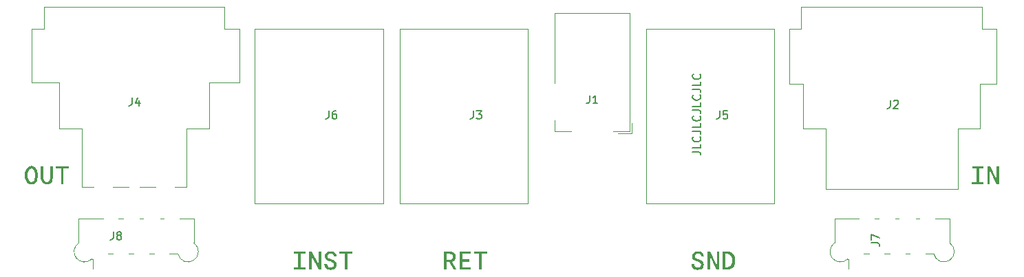
<source format=gbr>
%TF.GenerationSoftware,KiCad,Pcbnew,(6.0.9-0)*%
%TF.CreationDate,2024-08-25T20:51:05+02:00*%
%TF.ProjectId,preamp-test-jacks-board,70726561-6d70-42d7-9465-73742d6a6163,rev?*%
%TF.SameCoordinates,Original*%
%TF.FileFunction,Legend,Top*%
%TF.FilePolarity,Positive*%
%FSLAX46Y46*%
G04 Gerber Fmt 4.6, Leading zero omitted, Abs format (unit mm)*
G04 Created by KiCad (PCBNEW (6.0.9-0)) date 2024-08-25 20:51:05*
%MOMM*%
%LPD*%
G01*
G04 APERTURE LIST*
%ADD10C,0.150000*%
%ADD11C,0.120000*%
%ADD12C,1.900000*%
%ADD13R,1.200000X2.000000*%
%ADD14C,1.600000*%
%ADD15C,3.400000*%
%ADD16C,2.900000*%
%ADD17R,4.600000X2.000000*%
%ADD18O,4.200000X2.000000*%
%ADD19O,2.000000X4.200000*%
%ADD20C,3.200000*%
G04 APERTURE END LIST*
D10*
X121952380Y-56619047D02*
X122666666Y-56619047D01*
X122809523Y-56666666D01*
X122904761Y-56761904D01*
X122952380Y-56904761D01*
X122952380Y-57000000D01*
X122952380Y-55666666D02*
X122952380Y-56142857D01*
X121952380Y-56142857D01*
X122857142Y-54761904D02*
X122904761Y-54809523D01*
X122952380Y-54952380D01*
X122952380Y-55047619D01*
X122904761Y-55190476D01*
X122809523Y-55285714D01*
X122714285Y-55333333D01*
X122523809Y-55380952D01*
X122380952Y-55380952D01*
X122190476Y-55333333D01*
X122095238Y-55285714D01*
X122000000Y-55190476D01*
X121952380Y-55047619D01*
X121952380Y-54952380D01*
X122000000Y-54809523D01*
X122047619Y-54761904D01*
X121952380Y-54047619D02*
X122666666Y-54047619D01*
X122809523Y-54095238D01*
X122904761Y-54190476D01*
X122952380Y-54333333D01*
X122952380Y-54428571D01*
X122952380Y-53095238D02*
X122952380Y-53571428D01*
X121952380Y-53571428D01*
X122857142Y-52190476D02*
X122904761Y-52238095D01*
X122952380Y-52380952D01*
X122952380Y-52476190D01*
X122904761Y-52619047D01*
X122809523Y-52714285D01*
X122714285Y-52761904D01*
X122523809Y-52809523D01*
X122380952Y-52809523D01*
X122190476Y-52761904D01*
X122095238Y-52714285D01*
X122000000Y-52619047D01*
X121952380Y-52476190D01*
X121952380Y-52380952D01*
X122000000Y-52238095D01*
X122047619Y-52190476D01*
X121952380Y-51476190D02*
X122666666Y-51476190D01*
X122809523Y-51523809D01*
X122904761Y-51619047D01*
X122952380Y-51761904D01*
X122952380Y-51857142D01*
X122952380Y-50523809D02*
X122952380Y-51000000D01*
X121952380Y-51000000D01*
X122857142Y-49619047D02*
X122904761Y-49666666D01*
X122952380Y-49809523D01*
X122952380Y-49904761D01*
X122904761Y-50047619D01*
X122809523Y-50142857D01*
X122714285Y-50190476D01*
X122523809Y-50238095D01*
X122380952Y-50238095D01*
X122190476Y-50190476D01*
X122095238Y-50142857D01*
X122000000Y-50047619D01*
X121952380Y-49904761D01*
X121952380Y-49809523D01*
X122000000Y-49666666D01*
X122047619Y-49619047D01*
X121952380Y-48904761D02*
X122666666Y-48904761D01*
X122809523Y-48952380D01*
X122904761Y-49047619D01*
X122952380Y-49190476D01*
X122952380Y-49285714D01*
X122952380Y-47952380D02*
X122952380Y-48428571D01*
X121952380Y-48428571D01*
X122857142Y-47047619D02*
X122904761Y-47095238D01*
X122952380Y-47238095D01*
X122952380Y-47333333D01*
X122904761Y-47476190D01*
X122809523Y-47571428D01*
X122714285Y-47619047D01*
X122523809Y-47666666D01*
X122380952Y-47666666D01*
X122190476Y-47619047D01*
X122095238Y-47571428D01*
X122000000Y-47476190D01*
X121952380Y-47333333D01*
X121952380Y-47238095D01*
X122000000Y-47095238D01*
X122047619Y-47047619D01*
%TO.C,J8*%
X50666666Y-66452380D02*
X50666666Y-67166666D01*
X50619047Y-67309523D01*
X50523809Y-67404761D01*
X50380952Y-67452380D01*
X50285714Y-67452380D01*
X51285714Y-66880952D02*
X51190476Y-66833333D01*
X51142857Y-66785714D01*
X51095238Y-66690476D01*
X51095238Y-66642857D01*
X51142857Y-66547619D01*
X51190476Y-66500000D01*
X51285714Y-66452380D01*
X51476190Y-66452380D01*
X51571428Y-66500000D01*
X51619047Y-66547619D01*
X51666666Y-66642857D01*
X51666666Y-66690476D01*
X51619047Y-66785714D01*
X51571428Y-66833333D01*
X51476190Y-66880952D01*
X51285714Y-66880952D01*
X51190476Y-66928571D01*
X51142857Y-66976190D01*
X51095238Y-67071428D01*
X51095238Y-67261904D01*
X51142857Y-67357142D01*
X51190476Y-67404761D01*
X51285714Y-67452380D01*
X51476190Y-67452380D01*
X51571428Y-67404761D01*
X51619047Y-67357142D01*
X51666666Y-67261904D01*
X51666666Y-67071428D01*
X51619047Y-66976190D01*
X51571428Y-66928571D01*
X51476190Y-66880952D01*
%TO.C,J4*%
X52966666Y-49952380D02*
X52966666Y-50666666D01*
X52919047Y-50809523D01*
X52823809Y-50904761D01*
X52680952Y-50952380D01*
X52585714Y-50952380D01*
X53871428Y-50285714D02*
X53871428Y-50952380D01*
X53633333Y-49904761D02*
X53395238Y-50619047D01*
X54014285Y-50619047D01*
%TO.C,J1*%
X109266666Y-49652380D02*
X109266666Y-50366666D01*
X109219047Y-50509523D01*
X109123809Y-50604761D01*
X108980952Y-50652380D01*
X108885714Y-50652380D01*
X110266666Y-50652380D02*
X109695238Y-50652380D01*
X109980952Y-50652380D02*
X109980952Y-49652380D01*
X109885714Y-49795238D01*
X109790476Y-49890476D01*
X109695238Y-49938095D01*
%TO.C,J7*%
X143952380Y-67833333D02*
X144666666Y-67833333D01*
X144809523Y-67880952D01*
X144904761Y-67976190D01*
X144952380Y-68119047D01*
X144952380Y-68214285D01*
X143952380Y-67452380D02*
X143952380Y-66785714D01*
X144952380Y-67214285D01*
%TO.C,J6*%
X77166666Y-51552380D02*
X77166666Y-52266666D01*
X77119047Y-52409523D01*
X77023809Y-52504761D01*
X76880952Y-52552380D01*
X76785714Y-52552380D01*
X78071428Y-51552380D02*
X77880952Y-51552380D01*
X77785714Y-51600000D01*
X77738095Y-51647619D01*
X77642857Y-51790476D01*
X77595238Y-51980952D01*
X77595238Y-52361904D01*
X77642857Y-52457142D01*
X77690476Y-52504761D01*
X77785714Y-52552380D01*
X77976190Y-52552380D01*
X78071428Y-52504761D01*
X78119047Y-52457142D01*
X78166666Y-52361904D01*
X78166666Y-52123809D01*
X78119047Y-52028571D01*
X78071428Y-51980952D01*
X77976190Y-51933333D01*
X77785714Y-51933333D01*
X77690476Y-51980952D01*
X77642857Y-52028571D01*
X77595238Y-52123809D01*
%TO.C,J5*%
X125266666Y-51552380D02*
X125266666Y-52266666D01*
X125219047Y-52409523D01*
X125123809Y-52504761D01*
X124980952Y-52552380D01*
X124885714Y-52552380D01*
X126219047Y-51552380D02*
X125742857Y-51552380D01*
X125695238Y-52028571D01*
X125742857Y-51980952D01*
X125838095Y-51933333D01*
X126076190Y-51933333D01*
X126171428Y-51980952D01*
X126219047Y-52028571D01*
X126266666Y-52123809D01*
X126266666Y-52361904D01*
X126219047Y-52457142D01*
X126171428Y-52504761D01*
X126076190Y-52552380D01*
X125838095Y-52552380D01*
X125742857Y-52504761D01*
X125695238Y-52457142D01*
%TO.C,J2*%
X146266666Y-50252380D02*
X146266666Y-50966666D01*
X146219047Y-51109523D01*
X146123809Y-51204761D01*
X145980952Y-51252380D01*
X145885714Y-51252380D01*
X146695238Y-50347619D02*
X146742857Y-50300000D01*
X146838095Y-50252380D01*
X147076190Y-50252380D01*
X147171428Y-50300000D01*
X147219047Y-50347619D01*
X147266666Y-50442857D01*
X147266666Y-50538095D01*
X147219047Y-50680952D01*
X146647619Y-51252380D01*
X147266666Y-51252380D01*
%TO.C,J3*%
X94966666Y-51552380D02*
X94966666Y-52266666D01*
X94919047Y-52409523D01*
X94823809Y-52504761D01*
X94680952Y-52552380D01*
X94585714Y-52552380D01*
X95347619Y-51552380D02*
X95966666Y-51552380D01*
X95633333Y-51933333D01*
X95776190Y-51933333D01*
X95871428Y-51980952D01*
X95919047Y-52028571D01*
X95966666Y-52123809D01*
X95966666Y-52361904D01*
X95919047Y-52457142D01*
X95871428Y-52504761D01*
X95776190Y-52552380D01*
X95490476Y-52552380D01*
X95395238Y-52504761D01*
X95347619Y-52457142D01*
%TO.C,kibuzzard-66CA4C11*%
G36*
X80119500Y-69190375D02*
G01*
X79484500Y-69190375D01*
X79484500Y-71111250D01*
X79151125Y-71111250D01*
X79151125Y-69190375D01*
X78519300Y-69190375D01*
X78519300Y-68888750D01*
X80119500Y-68888750D01*
X80119500Y-69190375D01*
G37*
G36*
X74309250Y-69184025D02*
G01*
X73772675Y-69184025D01*
X73772675Y-70815975D01*
X74325125Y-70815975D01*
X74325125Y-71111250D01*
X72880500Y-71111250D01*
X72880500Y-70815975D01*
X73439300Y-70815975D01*
X73439300Y-69184025D01*
X72896375Y-69184025D01*
X72896375Y-68888750D01*
X74309250Y-68888750D01*
X74309250Y-69184025D01*
G37*
G36*
X75906275Y-70479425D02*
G01*
X75928500Y-70479425D01*
X75928500Y-68888750D01*
X76239650Y-68888750D01*
X76239650Y-71111250D01*
X75903100Y-71111250D01*
X75112525Y-69523750D01*
X75090300Y-69523750D01*
X75090300Y-71111250D01*
X74779150Y-71111250D01*
X74779150Y-68888750D01*
X75115700Y-68888750D01*
X75906275Y-70479425D01*
G37*
G36*
X77619011Y-68876932D02*
G01*
X77790461Y-68936728D01*
X77935100Y-69036387D01*
X78045872Y-69167092D01*
X78115722Y-69320021D01*
X78144650Y-69495175D01*
X77830325Y-69495175D01*
X77791431Y-69354284D01*
X77706500Y-69242762D01*
X77581087Y-69170134D01*
X77420750Y-69145925D01*
X77263191Y-69168547D01*
X77139762Y-69236412D01*
X77059991Y-69339997D01*
X77033400Y-69469775D01*
X77061975Y-69587250D01*
X77117537Y-69669800D01*
X77222312Y-69734887D01*
X77322325Y-69779338D01*
X77442975Y-69819025D01*
X77516000Y-69844425D01*
X77622362Y-69882525D01*
X77735075Y-69930150D01*
X77858900Y-69996825D01*
X77966850Y-70084138D01*
X78065275Y-70198438D01*
X78125600Y-70342900D01*
X78151000Y-70523875D01*
X78128069Y-70709083D01*
X78059278Y-70862542D01*
X77944625Y-70984250D01*
X77793283Y-71072444D01*
X77614425Y-71125361D01*
X77408050Y-71143000D01*
X77189681Y-71122715D01*
X77004472Y-71061861D01*
X76852425Y-70960438D01*
X76737419Y-70823736D01*
X76663336Y-70657049D01*
X76630175Y-70460375D01*
X76960375Y-70460375D01*
X77006016Y-70628650D01*
X77098487Y-70752475D01*
X77234616Y-70828675D01*
X77411225Y-70854075D01*
X77571166Y-70834231D01*
X77701737Y-70774700D01*
X77788653Y-70674688D01*
X77817625Y-70533400D01*
X77782700Y-70369888D01*
X77669987Y-70254000D01*
X77535050Y-70180975D01*
X77366775Y-70120650D01*
X77284225Y-70095250D01*
X77073087Y-70011112D01*
X76892112Y-69898400D01*
X76749237Y-69722188D01*
X76700025Y-69479300D01*
X76722603Y-69303440D01*
X76790336Y-69152628D01*
X76903225Y-69026862D01*
X77051039Y-68932494D01*
X77223547Y-68875874D01*
X77420750Y-68857000D01*
X77619011Y-68876932D01*
G37*
D11*
%TO.C,J8*%
X55680000Y-69180000D02*
X55140000Y-69180000D01*
X56460000Y-64820000D02*
X56880000Y-64820000D01*
X53200000Y-69180000D02*
X52540000Y-69180000D01*
X53920000Y-64820000D02*
X54340000Y-64820000D01*
X50660000Y-69180000D02*
X50000000Y-69180000D01*
X58840000Y-64820000D02*
X60600000Y-64820000D01*
X46400000Y-64820000D02*
X46400000Y-67820000D01*
X60600000Y-64820000D02*
X60600000Y-67850000D01*
X51320000Y-64820000D02*
X51860000Y-64820000D01*
X48160000Y-69810000D02*
X48160000Y-71000000D01*
X48030000Y-69810000D02*
X48160000Y-69810000D01*
X58620000Y-69180000D02*
X57580000Y-69180000D01*
X46400000Y-64820000D02*
X49420000Y-64820000D01*
X46420172Y-67834991D02*
G75*
G03*
X48030000Y-69810000I709828J-1065009D01*
G01*
X58620963Y-69174424D02*
G75*
G03*
X60600000Y-67850000I1249037J274424D01*
G01*
%TO.C,J4*%
X64370000Y-41490000D02*
X66170000Y-41490000D01*
X52550000Y-60930000D02*
X50650000Y-60930000D01*
X42130000Y-38790000D02*
X64370000Y-38790000D01*
X40630000Y-41490000D02*
X40630000Y-48080000D01*
X66170000Y-41490000D02*
X66170000Y-48080000D01*
X42130000Y-41490000D02*
X42130000Y-38790000D01*
X40630000Y-41490000D02*
X42130000Y-41490000D01*
X59670000Y-53730000D02*
X59670000Y-60930000D01*
X46830000Y-53730000D02*
X44030000Y-53730000D01*
X46830000Y-60930000D02*
X48250000Y-60930000D01*
X44030000Y-48080000D02*
X44030000Y-53730000D01*
X66170000Y-48080000D02*
X62470000Y-48080000D01*
X59670000Y-53730000D02*
X62470000Y-53730000D01*
X44030000Y-48080000D02*
X40630000Y-48080000D01*
X64370000Y-41490000D02*
X64370000Y-38790000D01*
X46830000Y-53730000D02*
X46830000Y-60930000D01*
X62470000Y-48080000D02*
X62470000Y-53730000D01*
X58250000Y-60930000D02*
X59670000Y-60930000D01*
X53950000Y-60930000D02*
X55850000Y-60930000D01*
%TO.C,kibuzzard-66CA4C2E*%
G36*
X94625475Y-69184025D02*
G01*
X93609475Y-69184025D01*
X93609475Y-69838075D01*
X94488950Y-69838075D01*
X94488950Y-70130175D01*
X93609475Y-70130175D01*
X93609475Y-70815975D01*
X94657225Y-70815975D01*
X94657225Y-71111250D01*
X93282450Y-71111250D01*
X93282450Y-68888750D01*
X94625475Y-68888750D01*
X94625475Y-69184025D01*
G37*
G36*
X96670175Y-69190375D02*
G01*
X96035175Y-69190375D01*
X96035175Y-71111250D01*
X95701800Y-71111250D01*
X95701800Y-69190375D01*
X95069975Y-69190375D01*
X95069975Y-68888750D01*
X96670175Y-68888750D01*
X96670175Y-69190375D01*
G37*
G36*
X91329825Y-71111250D02*
G01*
X91329825Y-69914275D01*
X91656850Y-69914275D01*
X92050550Y-69914275D01*
X92220809Y-69888875D01*
X92350587Y-69812675D01*
X92432741Y-69694406D01*
X92460125Y-69542800D01*
X92432741Y-69390003D01*
X92350587Y-69274512D01*
X92220809Y-69201884D01*
X92050550Y-69177675D01*
X91656850Y-69177675D01*
X91656850Y-69914275D01*
X91329825Y-69914275D01*
X91329825Y-68888750D01*
X92095000Y-68888750D01*
X92294319Y-68908153D01*
X92464711Y-68966361D01*
X92606175Y-69063375D01*
X92712008Y-69192492D01*
X92775508Y-69347008D01*
X92796675Y-69526925D01*
X92766116Y-69740841D01*
X92674437Y-69919037D01*
X92528784Y-70055959D01*
X92336300Y-70146050D01*
X92888750Y-71111250D01*
X92529975Y-71111250D01*
X92012450Y-70203200D01*
X91656850Y-70203200D01*
X91656850Y-71111250D01*
X91329825Y-71111250D01*
G37*
%TO.C,J1*%
X114200000Y-54050000D02*
X112200000Y-54050000D01*
X105000000Y-54050000D02*
X105000000Y-52750000D01*
X114200000Y-39550000D02*
X114200000Y-54050000D01*
X114500000Y-54350000D02*
X114500000Y-53050000D01*
X105000000Y-48150000D02*
X105000000Y-39550000D01*
X107000000Y-54050000D02*
X105000000Y-54050000D01*
X105000000Y-39550000D02*
X114200000Y-39550000D01*
X112800000Y-54350000D02*
X114500000Y-54350000D01*
%TO.C,J7*%
X141030000Y-69810000D02*
X141160000Y-69810000D01*
X149460000Y-64820000D02*
X149880000Y-64820000D01*
X141160000Y-69810000D02*
X141160000Y-71000000D01*
X148680000Y-69180000D02*
X148140000Y-69180000D01*
X151620000Y-69180000D02*
X150580000Y-69180000D01*
X153600000Y-64820000D02*
X153600000Y-67850000D01*
X146920000Y-64820000D02*
X147340000Y-64820000D01*
X144320000Y-64820000D02*
X144860000Y-64820000D01*
X151840000Y-64820000D02*
X153600000Y-64820000D01*
X143660000Y-69180000D02*
X143000000Y-69180000D01*
X146200000Y-69180000D02*
X145540000Y-69180000D01*
X139400000Y-64820000D02*
X142420000Y-64820000D01*
X139400000Y-64820000D02*
X139400000Y-67820000D01*
X151620963Y-69174424D02*
G75*
G03*
X153600000Y-67850000I1249037J274424D01*
G01*
X139420172Y-67834991D02*
G75*
G03*
X141030000Y-69810000I709828J-1065009D01*
G01*
%TO.C,J6*%
X83900000Y-41500000D02*
X83900000Y-63000000D01*
X68100000Y-63000000D02*
X68100000Y-41500000D01*
X83900000Y-63000000D02*
X68100000Y-63000000D01*
X68100000Y-41500000D02*
X83900000Y-41500000D01*
%TO.C,J5*%
X116200000Y-63000000D02*
X116200000Y-41500000D01*
X132000000Y-63000000D02*
X116200000Y-63000000D01*
X116200000Y-41500000D02*
X132000000Y-41500000D01*
X132000000Y-41500000D02*
X132000000Y-63000000D01*
%TO.C,kibuzzard-66CA4BD9*%
G36*
X42106300Y-59893700D02*
G01*
X42133684Y-60079834D01*
X42215837Y-60219138D01*
X42341647Y-60306053D01*
X42500000Y-60335025D01*
X42655575Y-60306053D01*
X42779400Y-60219138D01*
X42860363Y-60079834D01*
X42887350Y-59893700D01*
X42887350Y-58388750D01*
X43220725Y-58388750D01*
X43220725Y-59855600D01*
X43199029Y-60088257D01*
X43133942Y-60282461D01*
X43025463Y-60438213D01*
X42880294Y-60551983D01*
X42705140Y-60620246D01*
X42500000Y-60643000D01*
X42294507Y-60620246D01*
X42118294Y-60551983D01*
X41971363Y-60438213D01*
X41861119Y-60282461D01*
X41794974Y-60088257D01*
X41772925Y-59855600D01*
X41772925Y-58388750D01*
X42106300Y-58388750D01*
X42106300Y-59893700D01*
G37*
G36*
X45201925Y-58690375D02*
G01*
X44566925Y-58690375D01*
X44566925Y-60611250D01*
X44233550Y-60611250D01*
X44233550Y-58690375D01*
X43601725Y-58690375D01*
X43601725Y-58388750D01*
X45201925Y-58388750D01*
X45201925Y-58690375D01*
G37*
G36*
X40172372Y-60508944D02*
G01*
X40012387Y-60341375D01*
X39918626Y-60175680D01*
X39851653Y-59980219D01*
X39811470Y-59754992D01*
X39798075Y-59500000D01*
X40131450Y-59500000D01*
X40145208Y-59749590D01*
X40186483Y-59956494D01*
X40255275Y-60120713D01*
X40402119Y-60281447D01*
X40595000Y-60335025D01*
X40785500Y-60281447D01*
X40931550Y-60120713D01*
X41000342Y-59956494D01*
X41041617Y-59749590D01*
X41055375Y-59500000D01*
X41041617Y-59250410D01*
X41000342Y-59043506D01*
X40931550Y-58879287D01*
X40785500Y-58718553D01*
X40595000Y-58664975D01*
X40402119Y-58718553D01*
X40255275Y-58879287D01*
X40186483Y-59043506D01*
X40145208Y-59250410D01*
X40131450Y-59500000D01*
X39798075Y-59500000D01*
X39811470Y-59247587D01*
X39851653Y-59023750D01*
X39918626Y-58828488D01*
X40012387Y-58661800D01*
X40172372Y-58492467D01*
X40366576Y-58390867D01*
X40595000Y-58357000D01*
X40821660Y-58390867D01*
X41014806Y-58492467D01*
X41174438Y-58661800D01*
X41268199Y-58828488D01*
X41335172Y-59023750D01*
X41375355Y-59247587D01*
X41388750Y-59500000D01*
X41375355Y-59752412D01*
X41335172Y-59976250D01*
X41268199Y-60171512D01*
X41174438Y-60338200D01*
X41014806Y-60507533D01*
X40821660Y-60609133D01*
X40595000Y-60643000D01*
X40366576Y-60609486D01*
X40172372Y-60508944D01*
G37*
%TO.C,kibuzzard-66CB7BC6*%
G36*
X159346200Y-59979425D02*
G01*
X159368425Y-59979425D01*
X159368425Y-58388750D01*
X159679575Y-58388750D01*
X159679575Y-60611250D01*
X159343025Y-60611250D01*
X158552450Y-59023750D01*
X158530225Y-59023750D01*
X158530225Y-60611250D01*
X158219075Y-60611250D01*
X158219075Y-58388750D01*
X158555625Y-58388750D01*
X159346200Y-59979425D01*
G37*
G36*
X157749175Y-58684025D02*
G01*
X157212600Y-58684025D01*
X157212600Y-60315975D01*
X157765050Y-60315975D01*
X157765050Y-60611250D01*
X156320425Y-60611250D01*
X156320425Y-60315975D01*
X156879225Y-60315975D01*
X156879225Y-58684025D01*
X156336300Y-58684025D01*
X156336300Y-58388750D01*
X157749175Y-58388750D01*
X157749175Y-58684025D01*
G37*
%TO.C,J2*%
X133830000Y-41480000D02*
X135330000Y-41480000D01*
X159370000Y-48220000D02*
X157320000Y-48220000D01*
X135330000Y-38780000D02*
X157570000Y-38780000D01*
X135580000Y-48220000D02*
X135580000Y-53720000D01*
X154570000Y-53720000D02*
X154570000Y-61220000D01*
X133830000Y-41480000D02*
X133830000Y-48220000D01*
X138330000Y-53720000D02*
X138330000Y-61220000D01*
X135330000Y-41480000D02*
X135330000Y-38780000D01*
X157320000Y-48220000D02*
X157320000Y-53720000D01*
X138330000Y-61220000D02*
X154570000Y-61220000D01*
X157570000Y-41480000D02*
X157570000Y-38780000D01*
X135580000Y-48220000D02*
X133830000Y-48220000D01*
X157570000Y-41480000D02*
X159370000Y-41480000D01*
X154570000Y-53720000D02*
X157320000Y-53720000D01*
X159370000Y-41480000D02*
X159370000Y-48220000D01*
X135580000Y-53720000D02*
X138330000Y-53720000D01*
%TO.C,J3*%
X85900000Y-63000000D02*
X85900000Y-41500000D01*
X101700000Y-41500000D02*
X101700000Y-63000000D01*
X101700000Y-63000000D02*
X85900000Y-63000000D01*
X85900000Y-41500000D02*
X101700000Y-41500000D01*
%TO.C,kibuzzard-66CA4C4C*%
G36*
X122799611Y-68876932D02*
G01*
X122971061Y-68936728D01*
X123115700Y-69036387D01*
X123226472Y-69167092D01*
X123296322Y-69320021D01*
X123325250Y-69495175D01*
X123010925Y-69495175D01*
X122972031Y-69354284D01*
X122887100Y-69242762D01*
X122761688Y-69170134D01*
X122601350Y-69145925D01*
X122443791Y-69168547D01*
X122320362Y-69236412D01*
X122240591Y-69339997D01*
X122214000Y-69469775D01*
X122242575Y-69587250D01*
X122298137Y-69669800D01*
X122402913Y-69734887D01*
X122502925Y-69779338D01*
X122623575Y-69819025D01*
X122696600Y-69844425D01*
X122802963Y-69882525D01*
X122915675Y-69930150D01*
X123039500Y-69996825D01*
X123147450Y-70084138D01*
X123245875Y-70198438D01*
X123306200Y-70342900D01*
X123331600Y-70523875D01*
X123308669Y-70709083D01*
X123239878Y-70862542D01*
X123125225Y-70984250D01*
X122973883Y-71072444D01*
X122795025Y-71125361D01*
X122588650Y-71143000D01*
X122370281Y-71122715D01*
X122185072Y-71061861D01*
X122033025Y-70960438D01*
X121918019Y-70823736D01*
X121843936Y-70657049D01*
X121810775Y-70460375D01*
X122140975Y-70460375D01*
X122186616Y-70628650D01*
X122279088Y-70752475D01*
X122415216Y-70828675D01*
X122591825Y-70854075D01*
X122751766Y-70834231D01*
X122882338Y-70774700D01*
X122969253Y-70674688D01*
X122998225Y-70533400D01*
X122963300Y-70369888D01*
X122850588Y-70254000D01*
X122715650Y-70180975D01*
X122547375Y-70120650D01*
X122464825Y-70095250D01*
X122253688Y-70011112D01*
X122072712Y-69898400D01*
X121929838Y-69722188D01*
X121880625Y-69479300D01*
X121903203Y-69303440D01*
X121970936Y-69152628D01*
X122083825Y-69026862D01*
X122231639Y-68932494D01*
X122404147Y-68875874D01*
X122601350Y-68857000D01*
X122799611Y-68876932D01*
G37*
G36*
X125674750Y-68888750D02*
G01*
X126236725Y-68888750D01*
X126454808Y-68907304D01*
X126645506Y-68962966D01*
X126808820Y-69055735D01*
X126944750Y-69185612D01*
X127051708Y-69347438D01*
X127128106Y-69536053D01*
X127173945Y-69751457D01*
X127189225Y-69993650D01*
X127174045Y-70238820D01*
X127128503Y-70456803D01*
X127052601Y-70647601D01*
X126946338Y-70811213D01*
X126810904Y-70942479D01*
X126647491Y-71036241D01*
X126456098Y-71092498D01*
X126236725Y-71111250D01*
X125674750Y-71111250D01*
X125674750Y-70809625D01*
X126008125Y-70809625D01*
X126217675Y-70809625D01*
X126408351Y-70786518D01*
X126565514Y-70717197D01*
X126689163Y-70601663D01*
X126778239Y-70441678D01*
X126831685Y-70239007D01*
X126849500Y-69993650D01*
X126831949Y-69748205D01*
X126779297Y-69547386D01*
X126691544Y-69391194D01*
X126568689Y-69279628D01*
X126410733Y-69212688D01*
X126217675Y-69190375D01*
X126008125Y-69190375D01*
X126008125Y-70809625D01*
X125674750Y-70809625D01*
X125674750Y-68888750D01*
G37*
G36*
X124896875Y-70479425D02*
G01*
X124919100Y-70479425D01*
X124919100Y-68888750D01*
X125230250Y-68888750D01*
X125230250Y-71111250D01*
X124893700Y-71111250D01*
X124103125Y-69523750D01*
X124080900Y-69523750D01*
X124080900Y-71111250D01*
X123769750Y-71111250D01*
X123769750Y-68888750D01*
X124106300Y-68888750D01*
X124896875Y-70479425D01*
G37*
%TD*%
%LPC*%
D12*
%TO.C,J8*%
X59870000Y-68900000D03*
X47130000Y-68900000D03*
D13*
X49050000Y-70000000D03*
X50320000Y-64000000D03*
X51590000Y-70000000D03*
X52860000Y-64000000D03*
X54130000Y-70000000D03*
X55400000Y-64000000D03*
X56670000Y-70000000D03*
X57940000Y-64000000D03*
%TD*%
D14*
%TO.C,J4*%
X57060000Y-50500000D03*
X49440000Y-45420000D03*
D15*
X57060000Y-59390000D03*
X49440000Y-59390000D03*
D16*
X53250000Y-59390000D03*
X53250000Y-54310000D03*
%TD*%
D17*
%TO.C,J1*%
X109600000Y-53350000D03*
D18*
X109600000Y-47050000D03*
D19*
X104800000Y-50450000D03*
%TD*%
D12*
%TO.C,J7*%
X140130000Y-68900000D03*
X152870000Y-68900000D03*
D13*
X142050000Y-70000000D03*
X143320000Y-64000000D03*
X144590000Y-70000000D03*
X145860000Y-64000000D03*
X147130000Y-70000000D03*
X148400000Y-64000000D03*
X149670000Y-70000000D03*
X150940000Y-64000000D03*
%TD*%
D20*
%TO.C,J6*%
X70500000Y-52000000D03*
X81600000Y-52000000D03*
X70500000Y-45700000D03*
X81600000Y-45700000D03*
X70500000Y-58350000D03*
X81600000Y-58350000D03*
%TD*%
%TO.C,J5*%
X118600000Y-52000000D03*
X129700000Y-52000000D03*
X129700000Y-45700000D03*
X118600000Y-45700000D03*
X118600000Y-58350000D03*
X129700000Y-58350000D03*
%TD*%
D14*
%TO.C,J2*%
X142640000Y-45410000D03*
X150260000Y-50490000D03*
D15*
X142640000Y-54300000D03*
X150260000Y-54935000D03*
D16*
X146450000Y-58750000D03*
%TD*%
D20*
%TO.C,J3*%
X88300000Y-52000000D03*
X99400000Y-52000000D03*
X88300000Y-45700000D03*
X99400000Y-45700000D03*
X88300000Y-58350000D03*
X99400000Y-58350000D03*
%TD*%
M02*

</source>
